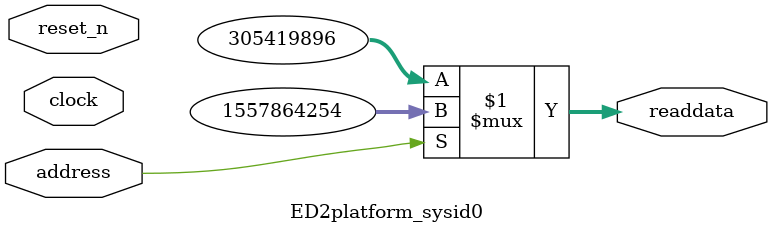
<source format=v>

`timescale 1ns / 1ps
// synthesis translate_on

// turn off superfluous verilog processor warnings 
// altera message_level Level1 
// altera message_off 10034 10035 10036 10037 10230 10240 10030 

module ED2platform_sysid0 (
               // inputs:
                address,
                clock,
                reset_n,

               // outputs:
                readdata
             )
;

  output  [ 31: 0] readdata;
  input            address;
  input            clock;
  input            reset_n;

  wire    [ 31: 0] readdata;
  //control_slave, which is an e_avalon_slave
  assign readdata = address ? 1557864254 : 305419896;

endmodule




</source>
